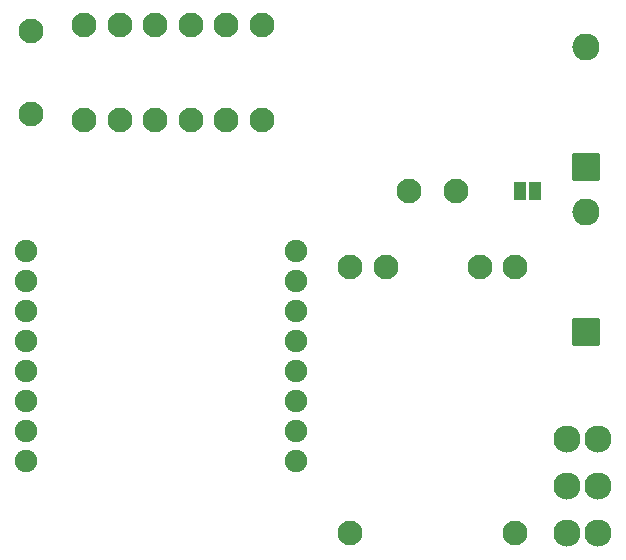
<source format=gts>
G04 #@! TF.GenerationSoftware,KiCad,Pcbnew,(6.0.0)*
G04 #@! TF.CreationDate,2022-01-19T17:04:22-05:00*
G04 #@! TF.ProjectId,SlimeVRMotherBoard,536c696d-6556-4524-9d6f-74686572426f,V1.2*
G04 #@! TF.SameCoordinates,Original*
G04 #@! TF.FileFunction,Soldermask,Top*
G04 #@! TF.FilePolarity,Negative*
%FSLAX46Y46*%
G04 Gerber Fmt 4.6, Leading zero omitted, Abs format (unit mm)*
G04 Created by KiCad (PCBNEW (6.0.0)) date 2022-01-19 17:04:22*
%MOMM*%
%LPD*%
G01*
G04 APERTURE LIST*
G04 Aperture macros list*
%AMRoundRect*
0 Rectangle with rounded corners*
0 $1 Rounding radius*
0 $2 $3 $4 $5 $6 $7 $8 $9 X,Y pos of 4 corners*
0 Add a 4 corners polygon primitive as box body*
4,1,4,$2,$3,$4,$5,$6,$7,$8,$9,$2,$3,0*
0 Add four circle primitives for the rounded corners*
1,1,$1+$1,$2,$3*
1,1,$1+$1,$4,$5*
1,1,$1+$1,$6,$7*
1,1,$1+$1,$8,$9*
0 Add four rect primitives between the rounded corners*
20,1,$1+$1,$2,$3,$4,$5,0*
20,1,$1+$1,$4,$5,$6,$7,0*
20,1,$1+$1,$6,$7,$8,$9,0*
20,1,$1+$1,$8,$9,$2,$3,0*%
G04 Aperture macros list end*
%ADD10C,2.300000*%
%ADD11C,2.100000*%
%ADD12RoundRect,0.050000X-0.500000X-0.750000X0.500000X-0.750000X0.500000X0.750000X-0.500000X0.750000X0*%
%ADD13O,2.300000X2.300000*%
%ADD14RoundRect,0.050000X1.100000X-1.100000X1.100000X1.100000X-1.100000X1.100000X-1.100000X-1.100000X0*%
%ADD15C,1.900000*%
G04 APERTURE END LIST*
D10*
X185000000Y-141000000D03*
X185000000Y-145000000D03*
X185000000Y-137000000D03*
X182400000Y-141000000D03*
X182400000Y-145000000D03*
X182400000Y-137000000D03*
D11*
X137000000Y-109500000D03*
X137000000Y-102500000D03*
D12*
X178350000Y-116000000D03*
X179650000Y-116000000D03*
D13*
X184000000Y-103840000D03*
D14*
X184000000Y-114000000D03*
D13*
X184000000Y-117840000D03*
D14*
X184000000Y-128000000D03*
D11*
X173000000Y-116000000D03*
X169000000Y-116000000D03*
D15*
X136570000Y-138890000D03*
X159430000Y-138890000D03*
X136570000Y-136350000D03*
X159430000Y-136350000D03*
X136570000Y-133810000D03*
X159430000Y-133810000D03*
X136570000Y-131270000D03*
X159430000Y-131270000D03*
X136570000Y-128730000D03*
X159430000Y-128730000D03*
X136570000Y-126190000D03*
X159430000Y-126190000D03*
X136570000Y-123650000D03*
X159430000Y-123650000D03*
X136570000Y-121110000D03*
X159430000Y-121110000D03*
D11*
X150500000Y-110000000D03*
X153500000Y-110000000D03*
X156500000Y-110000000D03*
X147500000Y-110000000D03*
X144500000Y-110000000D03*
X141500000Y-110000000D03*
X141500000Y-102000000D03*
X144500000Y-102000000D03*
X147500000Y-102000000D03*
X156500000Y-102000000D03*
X153500000Y-102000000D03*
X150500000Y-102000000D03*
X178000000Y-122500000D03*
X175000000Y-122500000D03*
X164000000Y-145000000D03*
X178000000Y-145000000D03*
X164000000Y-122500000D03*
X167000000Y-122500000D03*
M02*

</source>
